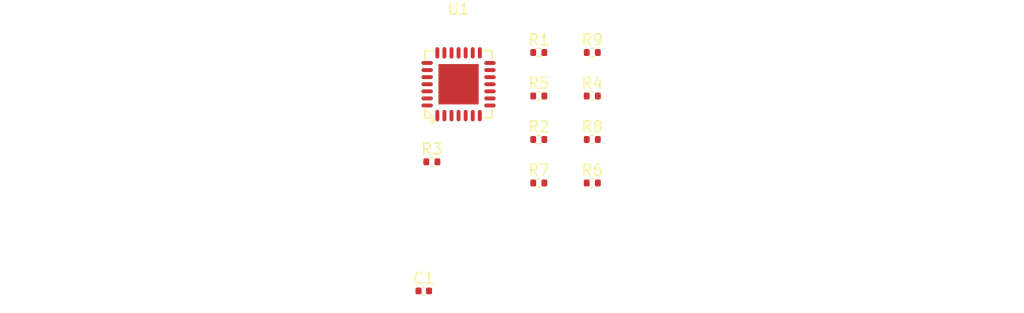
<source format=kicad_pcb>
(kicad_pcb (version 20240108) (generator "pcbnew") (generator_version "8.0")
  (layers (0 "F.Cu" signal) (31 "B.Cu" signal) (34 "B.Paste" user) (35 "F.Paste" user) (36 "B.SilkS" user "B.Silkscreen") (37 "F.SilkS" user "F.Silkscreen") (38 "B.Mask" user) (39 "F.Mask" user) (44 "Edge.Cuts" user))
  (net 0 "")
  (net 1 "a0_pull-center")
  (net 2 "vcc")
  (net 3 "gnd")
  (net 4 "a1_pull-center")
  (net 5 "a2_pull-center")
  (net 6 "reset")
  (net 7 "int_a")
  (net 8 "int_b")
  (net 9 "io_a_1")
  (net 10 "io_a_2")
  (net 11 "io_b_4")
  (net 12 "io_b_2")
  (net 13 "io_b_6")
  (net 14 "scl")
  (net 15 "io_a_0")
  (net 16 "io_a_3")
  (net 17 "io_b_5")
  (net 18 "io_b_1")
  (net 19 "io_b_3")
  (net 20 "nc")
  (net 21 "io_a_5")
  (net 22 "io_b_0")
  (net 23 "io_a_4")
  (net 24 "sda")
  (net 25 "io_b_7")
  (net 26 "ep")
  (net 27 "io_a_6")
  (net 28 "io_a_7")
  (footprint "lib:R0402" (layer "F.Cu") (at 124.724 70.958)
    (property "Reference" "R3" (at 0 -1.17 0) (layer "F.SilkS"))
    (property "Value" "62.5mW Thick Film Resistors 50V ±100ppm/℃ ±1% 10kΩ 0402  Chip Resistor - Surface Mount ROHS")
    (fp_line (start -0.153641 -0.38) (end 0.153641 -0.38) (stroke (width 0.12)) (layer "F.SilkS"))
    (fp_line (start -0.153641 0.38) (end 0.153641 0.38) (stroke (width 0.12)) (layer "F.SilkS"))
    (pad "1" smd roundrect (at -0.51 0) (size 0.54 0.64) (layers "F.Cu" "F.Paste" "F.Mask") (net 2 "vcc"))
    (pad "2" smd roundrect (at 0.51 0) (size 0.54 0.64) (layers "F.Cu" "F.Paste" "F.Mask") (net 4 "a1_pull-center"))
  )
  (footprint "lib:R0402" (layer "F.Cu") (at 134.534 60.928)
    (property "Reference" "R1" (at 0 -1.17 0) (layer "F.SilkS"))
    (property "Value" "62.5mW Thick Film Resistors 50V ±100ppm/℃ ±1% 10kΩ 0402  Chip Resistor - Surface Mount ROHS")
    (fp_line (start -0.153641 -0.38) (end 0.153641 -0.38) (stroke (width 0.12)) (layer "F.SilkS"))
    (fp_line (start -0.153641 0.38) (end 0.153641 0.38) (stroke (width 0.12)) (layer "F.SilkS"))
    (pad "1" smd roundrect (at -0.51 0) (size 0.54 0.64) (layers "F.Cu" "F.Paste" "F.Mask") (net 2 "vcc"))
    (pad "2" smd roundrect (at 0.51 0) (size 0.54 0.64) (layers "F.Cu" "F.Paste" "F.Mask") (net 1 "a0_pull-center"))
  )
  (footprint "lib:R0402" (layer "F.Cu") (at 139.444 60.928)
    (property "Reference" "R9" (at 0 -1.17 0) (layer "F.SilkS"))
    (property "Value" "62.5mW Thick Film Resistors 50V ±100ppm/℃ ±1% 10kΩ 0402  Chip Resistor - Surface Mount ROHS")
    (fp_line (start -0.153641 -0.38) (end 0.153641 -0.38) (stroke (width 0.12)) (layer "F.SilkS"))
    (fp_line (start -0.153641 0.38) (end 0.153641 0.38) (stroke (width 0.12)) (layer "F.SilkS"))
    (pad "1" smd roundrect (at -0.51 0) (size 0.54 0.64) (layers "F.Cu" "F.Paste" "F.Mask") (net 2 "vcc"))
    (pad "2" smd roundrect (at 0.51 0) (size 0.54 0.64) (layers "F.Cu" "F.Paste" "F.Mask") (net 8 "int_b"))
  )
  (footprint "lib:R0402" (layer "F.Cu") (at 139.444 68.908)
    (property "Reference" "R8" (at 0 -1.17 0) (layer "F.SilkS"))
    (property "Value" "62.5mW Thick Film Resistors 50V ±100ppm/℃ ±1% 10kΩ 0402  Chip Resistor - Surface Mount ROHS")
    (fp_line (start -0.153641 -0.38) (end 0.153641 -0.38) (stroke (width 0.12)) (layer "F.SilkS"))
    (fp_line (start -0.153641 0.38) (end 0.153641 0.38) (stroke (width 0.12)) (layer "F.SilkS"))
    (pad "1" smd roundrect (at -0.51 0) (size 0.54 0.64) (layers "F.Cu" "F.Paste" "F.Mask") (net 2 "vcc"))
    (pad "2" smd roundrect (at 0.51 0) (size 0.54 0.64) (layers "F.Cu" "F.Paste" "F.Mask") (net 7 "int_a"))
  )
  (footprint "lib:R0402" (layer "F.Cu") (at 134.534 72.898)
    (property "Reference" "R7" (at 0 -1.17 0) (layer "F.SilkS"))
    (property "Value" "62.5mW Thick Film Resistors 50V ±100ppm/℃ ±1% 10kΩ 0402  Chip Resistor - Surface Mount ROHS")
    (fp_line (start -0.153641 -0.38) (end 0.153641 -0.38) (stroke (width 0.12)) (layer "F.SilkS"))
    (fp_line (start -0.153641 0.38) (end 0.153641 0.38) (stroke (width 0.12)) (layer "F.SilkS"))
    (pad "1" smd roundrect (at -0.51 0) (size 0.54 0.64) (layers "F.Cu" "F.Paste" "F.Mask") (net 2 "vcc"))
    (pad "2" smd roundrect (at 0.51 0) (size 0.54 0.64) (layers "F.Cu" "F.Paste" "F.Mask") (net 6 "reset"))
  )
  (footprint "lib:R0402" (layer "F.Cu") (at 134.534 64.918)
    (property "Reference" "R5" (at 0 -1.17 0) (layer "F.SilkS"))
    (property "Value" "62.5mW Thick Film Resistors 50V ±100ppm/℃ ±1% 10kΩ 0402  Chip Resistor - Surface Mount ROHS")
    (fp_line (start -0.153641 -0.38) (end 0.153641 -0.38) (stroke (width 0.12)) (layer "F.SilkS"))
    (fp_line (start -0.153641 0.38) (end 0.153641 0.38) (stroke (width 0.12)) (layer "F.SilkS"))
    (pad "1" smd roundrect (at -0.51 0) (size 0.54 0.64) (layers "F.Cu" "F.Paste" "F.Mask") (net 2 "vcc"))
    (pad "2" smd roundrect (at 0.51 0) (size 0.54 0.64) (layers "F.Cu" "F.Paste" "F.Mask") (net 5 "a2_pull-center"))
  )
  (footprint "lib:C0402" (layer "F.Cu") (at 123.98 82.804)
    (property "Reference" "C1" (at 0 -1.16 0) (layer "F.SilkS"))
    (property "Value" "16V 100nF X7R ±10% 0402  Multilayer Ceramic Capacitors MLCC - SMD/SMT ROHS")
    (fp_line (start -0.107836 -0.36) (end 0.107836 -0.36) (stroke (width 0.12)) (layer "F.SilkS"))
    (fp_line (start -0.107836 0.36) (end 0.107836 0.36) (stroke (width 0.12)) (layer "F.SilkS"))
    (pad "1" smd roundrect (at -0.48 0) (size 0.56 0.62) (layers "F.Cu" "F.Paste" "F.Mask") (net 2 "vcc"))
    (pad "2" smd roundrect (at 0.48 0) (size 0.56 0.62) (layers "F.Cu" "F.Paste" "F.Mask") (net 3 "gnd"))
  )
  (footprint "lib:R0402" (layer "F.Cu") (at 134.534 68.908)
    (property "Reference" "R2" (at 0 -1.17 0) (layer "F.SilkS"))
    (property "Value" "62.5mW Thick Film Resistors 50V ±100ppm/℃ ±1% 10kΩ 0402  Chip Resistor - Surface Mount ROHS")
    (fp_line (start -0.153641 -0.38) (end 0.153641 -0.38) (stroke (width 0.12)) (layer "F.SilkS"))
    (fp_line (start -0.153641 0.38) (end 0.153641 0.38) (stroke (width 0.12)) (layer "F.SilkS"))
    (pad "1" smd roundrect (at -0.51 0) (size 0.54 0.64) (layers "F.Cu" "F.Paste" "F.Mask") (net 1 "a0_pull-center"))
    (pad "2" smd roundrect (at 0.51 0) (size 0.54 0.64) (layers "F.Cu" "F.Paste" "F.Mask") (net 3 "gnd"))
  )
  (footprint "lib:QFN-28_L6.0-W6.0-P0.65-BL-EP3.7" (layer "F.Cu") (at 127.174 63.838)
    (property "Reference" "U1" (at 0 -6.88 0) (layer "F.SilkS"))
    (property "Value" "?")
    (fp_line (start -3.08 -3.08) (end -3.08 -2.28) (stroke (width 0.15)) (layer "F.SilkS"))
    (fp_line (start -3.08 3.08) (end -3.08 2.28) (stroke (width 0.15)) (layer "F.SilkS"))
    (fp_line (start -3.05 2.31) (end -2.31 3.05) (stroke (width 0.15)) (layer "F.SilkS"))
    (fp_line (start -2.28 -3.08) (end -3.08 -3.08) (stroke (width 0.15)) (layer "F.SilkS"))
    (fp_line (start -2.28 3.08) (end -3.08 3.08) (stroke (width 0.15)) (layer "F.SilkS"))
    (fp_line (start 2.28 -3.08) (end 3.08 -3.08) (stroke (width 0.15)) (layer "F.SilkS"))
    (fp_line (start 2.28 3.08) (end 3.08 3.08) (stroke (width 0.15)) (layer "F.SilkS"))
    (fp_line (start 3.08 -3.08) (end 3.08 -2.28) (stroke (width 0.15)) (layer "F.SilkS"))
    (fp_line (start 3.08 3.08) (end 3.08 2.28) (stroke (width 0.15)) (layer "F.SilkS"))
    (fp_circle (center -2.41 3.43) (end -2.31 3.43) (stroke (width 0.2)) (fill none) (layer "F.SilkS"))
    (pad "1" smd oval (at -1.95 2.88) (size 0.36 1.05) (layers "F.Cu" "F.Paste" "F.Mask") (net 11 "io_b_4"))
    (pad "2" smd oval (at -1.3 2.88) (size 0.36 1.05) (layers "F.Cu" "F.Paste" "F.Mask") (net 17 "io_b_5"))
    (pad "3" smd oval (at -0.65 2.88) (size 0.36 1.05) (layers "F.Cu" "F.Paste" "F.Mask") (net 13 "io_b_6"))
    (pad "4" smd oval (at 0 2.88) (size 0.36 1.05) (layers "F.Cu" "F.Paste" "F.Mask") (net 25 "io_b_7"))
    (pad "5" smd oval (at 0.65 2.88) (size 0.36 1.05) (layers "F.Cu" "F.Paste" "F.Mask") (net 2 "vcc"))
    (pad "6" smd oval (at 1.3 2.88) (size 0.36 1.05) (layers "F.Cu" "F.Paste" "F.Mask") (net 3 "gnd"))
    (pad "7" smd oval (at 1.95 2.88) (size 0.36 1.05) (layers "F.Cu" "F.Paste" "F.Mask") (net 20 "nc"))
    (pad "8" smd oval (at 2.88 1.95) (size 1.05 0.36) (layers "F.Cu" "F.Paste" "F.Mask") (net 14 "scl"))
    (pad "9" smd oval (at 2.88 1.3) (size 1.05 0.36) (layers "F.Cu" "F.Paste" "F.Mask") (net 24 "sda"))
    (pad "10" smd oval (at 2.88 0.65) (size 1.05 0.36) (layers "F.Cu" "F.Paste" "F.Mask") (net 20 "nc"))
    (pad "11" smd oval (at 2.88 0) (size 1.05 0.36) (layers "F.Cu" "F.Paste" "F.Mask") (net 1 "a0_pull-center"))
    (pad "12" smd oval (at 2.88 -0.65) (size 1.05 0.36) (layers "F.Cu" "F.Paste" "F.Mask") (net 4 "a1_pull-center"))
    (pad "13" smd oval (at 2.88 -1.3) (size 1.05 0.36) (layers "F.Cu" "F.Paste" "F.Mask") (net 5 "a2_pull-center"))
    (pad "14" smd oval (at 2.88 -1.95) (size 1.05 0.36) (layers "F.Cu" "F.Paste" "F.Mask") (net 6 "reset"))
    (pad "15" smd oval (at 1.95 -2.88) (size 0.36 1.05) (layers "F.Cu" "F.Paste" "F.Mask") (net 8 "int_b"))
    (pad "16" smd oval (at 1.3 -2.88) (size 0.36 1.05) (layers "F.Cu" "F.Paste" "F.Mask") (net 7 "int_a"))
    (pad "17" smd oval (at 0.65 -2.88) (size 0.36 1.05) (layers "F.Cu" "F.Paste" "F.Mask") (net 15 "io_a_0"))
    (pad "18" smd oval (at 0 -2.88) (size 0.36 1.05) (layers "F.Cu" "F.Paste" "F.Mask") (net 9 "io_a_1"))
    (pad "19" smd oval (at -0.65 -2.88) (size 0.36 1.05) (layers "F.Cu" "F.Paste" "F.Mask") (net 10 "io_a_2"))
    (pad "20" smd oval (at -1.3 -2.88) (size 0.36 1.05) (layers "F.Cu" "F.Paste" "F.Mask") (net 16 "io_a_3"))
    (pad "21" smd oval (at -1.95 -2.88) (size 0.36 1.05) (layers "F.Cu" "F.Paste" "F.Mask") (net 23 "io_a_4"))
    (pad "22" smd oval (at -2.88 -1.95) (size 1.05 0.36) (layers "F.Cu" "F.Paste" "F.Mask") (net 21 "io_a_5"))
    (pad "23" smd oval (at -2.88 -1.3) (size 1.05 0.36) (layers "F.Cu" "F.Paste" "F.Mask") (net 27 "io_a_6"))
    (pad "24" smd oval (at -2.88 -0.65) (size 1.05 0.36) (layers "F.Cu" "F.Paste" "F.Mask") (net 28 "io_a_7"))
    (pad "25" smd oval (at -2.88 0) (size 1.05 0.36) (layers "F.Cu" "F.Paste" "F.Mask") (net 22 "io_b_0"))
    (pad "26" smd oval (at -2.88 0.65) (size 1.05 0.36) (layers "F.Cu" "F.Paste" "F.Mask") (net 18 "io_b_1"))
    (pad "27" smd oval (at -2.88 1.3) (size 1.05 0.36) (layers "F.Cu" "F.Paste" "F.Mask") (net 12 "io_b_2"))
    (pad "28" smd oval (at -2.88 1.95) (size 1.05 0.36) (layers "F.Cu" "F.Paste" "F.Mask") (net 19 "io_b_3"))
    (pad "29" smd rect (at 0 0) (size 3.7 3.7) (layers "F.Cu" "F.Paste" "F.Mask") (net 26 "ep"))
  )
  (footprint "lib:R0402" (layer "F.Cu") (at 139.444 72.898)
    (property "Reference" "R6" (at 0 -1.17 0) (layer "F.SilkS"))
    (property "Value" "62.5mW Thick Film Resistors 50V ±100ppm/℃ ±1% 10kΩ 0402  Chip Resistor - Surface Mount ROHS")
    (fp_line (start -0.153641 -0.38) (end 0.153641 -0.38) (stroke (width 0.12)) (layer "F.SilkS"))
    (fp_line (start -0.153641 0.38) (end 0.153641 0.38) (stroke (width 0.12)) (layer "F.SilkS"))
    (pad "1" smd roundrect (at -0.51 0) (size 0.54 0.64) (layers "F.Cu" "F.Paste" "F.Mask") (net 5 "a2_pull-center"))
    (pad "2" smd roundrect (at 0.51 0) (size 0.54 0.64) (layers "F.Cu" "F.Paste" "F.Mask") (net 3 "gnd"))
  )
  (footprint "lib:R0402" (layer "F.Cu") (at 139.444 64.918)
    (property "Reference" "R4" (at 0 -1.17 0) (layer "F.SilkS"))
    (property "Value" "62.5mW Thick Film Resistors 50V ±100ppm/℃ ±1% 10kΩ 0402  Chip Resistor - Surface Mount ROHS")
    (fp_line (start -0.153641 -0.38) (end 0.153641 -0.38) (stroke (width 0.12)) (layer "F.SilkS"))
    (fp_line (start -0.153641 0.38) (end 0.153641 0.38) (stroke (width 0.12)) (layer "F.SilkS"))
    (pad "1" smd roundrect (at -0.51 0) (size 0.54 0.64) (layers "F.Cu" "F.Paste" "F.Mask") (net 4 "a1_pull-center"))
    (pad "2" smd roundrect (at 0.51 0) (size 0.54 0.64) (layers "F.Cu" "F.Paste" "F.Mask") (net 3 "gnd"))
  )
)
</source>
